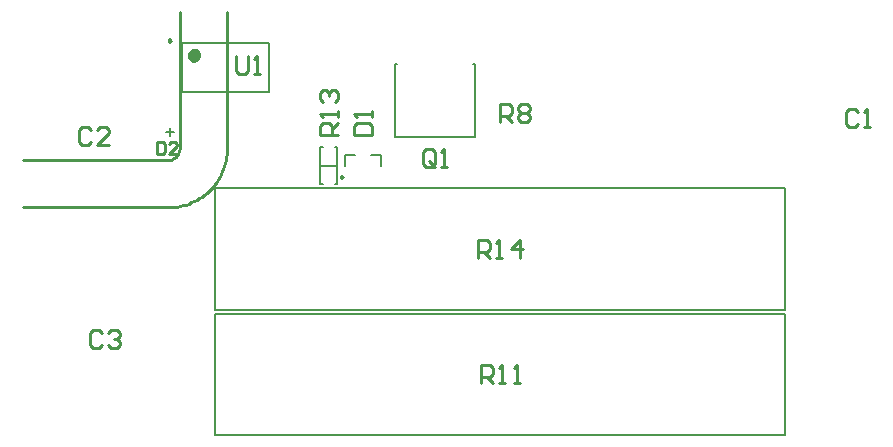
<source format=gto>
G04*
G04 #@! TF.GenerationSoftware,Altium Limited,Altium Designer,21.7.2 (23)*
G04*
G04 Layer_Color=65535*
%FSLAX25Y25*%
%MOIN*%
G70*
G04*
G04 #@! TF.SameCoordinates,DA759B71-393A-44F5-82FF-BB875C5BA99D*
G04*
G04*
G04 #@! TF.FilePolarity,Positive*
G04*
G01*
G75*
%ADD10C,0.00984*%
%ADD11C,0.02362*%
%ADD12C,0.01000*%
%ADD13C,0.00787*%
%ADD14C,0.00591*%
%ADD15C,0.00500*%
D10*
X102296Y86844D02*
X101558Y87270D01*
Y86417D01*
X102296Y86844D01*
X44866Y132319D02*
X44128Y132745D01*
Y131893D01*
X44866Y132319D01*
D11*
X53626Y127516D02*
X53181Y128439D01*
X52182Y128667D01*
X51381Y128028D01*
Y127003D01*
X52182Y126364D01*
X53181Y126592D01*
X53626Y127516D01*
D12*
X43874Y76791D02*
X44871Y76817D01*
X45865Y76892D01*
X46855Y77018D01*
X47837Y77194D01*
X48808Y77420D01*
X49767Y77694D01*
X50711Y78017D01*
X51637Y78387D01*
X52543Y78803D01*
X53427Y79265D01*
X54287Y79771D01*
X55120Y80320D01*
X55923Y80910D01*
X56696Y81540D01*
X57436Y82209D01*
X58142Y82914D01*
X58810Y83654D01*
X59440Y84427D01*
X60031Y85231D01*
X60580Y86064D01*
X61086Y86923D01*
X61547Y87807D01*
X61964Y88714D01*
X62334Y89640D01*
X62656Y90583D01*
X62931Y91542D01*
X63156Y92514D01*
X63332Y93496D01*
X63458Y94485D01*
X63534Y95479D01*
X63559Y96476D01*
X43874Y92539D02*
X44893Y92673D01*
X45842Y93067D01*
X46658Y93692D01*
X47284Y94508D01*
X47677Y95457D01*
X47811Y96476D01*
X63559D02*
Y141913D01*
X-4563Y76791D02*
X43874D01*
X-4563Y92539D02*
X43874D01*
X47811Y96476D02*
Y141913D01*
X18299Y102688D02*
X17299Y103688D01*
X15300D01*
X14300Y102688D01*
Y98690D01*
X15300Y97690D01*
X17299D01*
X18299Y98690D01*
X24297Y97690D02*
X20298D01*
X24297Y101689D01*
Y102688D01*
X23297Y103688D01*
X21298D01*
X20298Y102688D01*
X154592Y105100D02*
Y111098D01*
X157591D01*
X158591Y110098D01*
Y108099D01*
X157591Y107099D01*
X154592D01*
X156591D02*
X158591Y105100D01*
X160590Y110098D02*
X161590Y111098D01*
X163589D01*
X164589Y110098D01*
Y109099D01*
X163589Y108099D01*
X164589Y107099D01*
Y106100D01*
X163589Y105100D01*
X161590D01*
X160590Y106100D01*
Y107099D01*
X161590Y108099D01*
X160590Y109099D01*
Y110098D01*
X161590Y108099D02*
X163589D01*
X132899Y91351D02*
Y95350D01*
X131899Y96349D01*
X129900D01*
X128900Y95350D01*
Y91351D01*
X129900Y90351D01*
X131899D01*
X130899Y92351D02*
X132899Y90351D01*
X131899D02*
X132899Y91351D01*
X134898Y90351D02*
X136897D01*
X135898D01*
Y96349D01*
X134898Y95350D01*
X105892Y100937D02*
X111890D01*
Y103936D01*
X110890Y104936D01*
X106891D01*
X105892Y103936D01*
Y100937D01*
X111890Y106935D02*
Y108934D01*
Y107935D01*
X105892D01*
X106891Y106935D01*
X100373Y100937D02*
X94375D01*
Y103936D01*
X95375Y104936D01*
X97374D01*
X98374Y103936D01*
Y100937D01*
Y102936D02*
X100373Y104936D01*
Y106935D02*
Y108934D01*
Y107935D01*
X94375D01*
X95375Y106935D01*
Y111933D02*
X94375Y112933D01*
Y114933D01*
X95375Y115932D01*
X96374D01*
X97374Y114933D01*
Y113933D01*
Y114933D01*
X98374Y115932D01*
X99373D01*
X100373Y114933D01*
Y112933D01*
X99373Y111933D01*
X40307Y98619D02*
Y94683D01*
X42275D01*
X42931Y95339D01*
Y97962D01*
X42275Y98619D01*
X40307D01*
X46866Y94683D02*
X44243D01*
X46866Y97307D01*
Y97962D01*
X46210Y98619D01*
X44899D01*
X44243Y97962D01*
X66501Y127098D02*
Y122100D01*
X67501Y121100D01*
X69500D01*
X70500Y122100D01*
Y127098D01*
X72499Y121100D02*
X74499D01*
X73499D01*
Y127098D01*
X72499Y126098D01*
X21799Y34898D02*
X20799Y35898D01*
X18800D01*
X17800Y34898D01*
Y30900D01*
X18800Y29900D01*
X20799D01*
X21799Y30900D01*
X23798Y34898D02*
X24798Y35898D01*
X26797D01*
X27797Y34898D01*
Y33899D01*
X26797Y32899D01*
X25797D01*
X26797D01*
X27797Y31899D01*
Y30900D01*
X26797Y29900D01*
X24798D01*
X23798Y30900D01*
X147074Y59876D02*
Y65874D01*
X150073D01*
X151073Y64875D01*
Y62875D01*
X150073Y61876D01*
X147074D01*
X149073D02*
X151073Y59876D01*
X153072D02*
X155071D01*
X154072D01*
Y65874D01*
X153072Y64875D01*
X161070Y59876D02*
Y65874D01*
X158071Y62875D01*
X162069D01*
X148074Y18076D02*
Y24074D01*
X151073D01*
X152073Y23075D01*
Y21075D01*
X151073Y20076D01*
X148074D01*
X150073D02*
X152073Y18076D01*
X154072D02*
X156071D01*
X155072D01*
Y24074D01*
X154072Y23075D01*
X159071Y18076D02*
X161070D01*
X160070D01*
Y24074D01*
X159071Y23075D01*
X273999Y108598D02*
X272999Y109598D01*
X271000D01*
X270000Y108598D01*
Y104600D01*
X271000Y103600D01*
X272999D01*
X273999Y104600D01*
X275998Y103600D02*
X277997D01*
X276998D01*
Y109598D01*
X275998Y108598D01*
D13*
X119626Y124603D02*
X120197D01*
X145551D02*
X146122D01*
Y100115D02*
Y124603D01*
X119626Y100115D02*
X146122D01*
X119626D02*
Y124603D01*
X102985Y90387D02*
Y94324D01*
X106135D01*
X114796Y90387D02*
Y94324D01*
X111647D02*
X114796D01*
X48508Y115311D02*
Y131453D01*
X77642Y115311D02*
Y131453D01*
X48508D02*
X77642D01*
X48508Y115311D02*
X77642D01*
X59517Y818D02*
X249674D01*
Y41369D01*
X59517D02*
X249674D01*
X59517Y818D02*
Y41369D01*
Y42551D02*
X249674D01*
Y83102D01*
X59517D02*
X249674D01*
X59517Y42551D02*
Y83102D01*
D14*
X99374Y84383D02*
X100130D01*
Y96981D01*
X99374D02*
X100130D01*
X94618D02*
X95374D01*
X94618Y84383D02*
Y96981D01*
Y84383D02*
X95374D01*
X94618Y90682D02*
X100130D01*
D15*
X44478Y103117D02*
Y100546D01*
X43193Y101832D02*
X45764D01*
M02*

</source>
